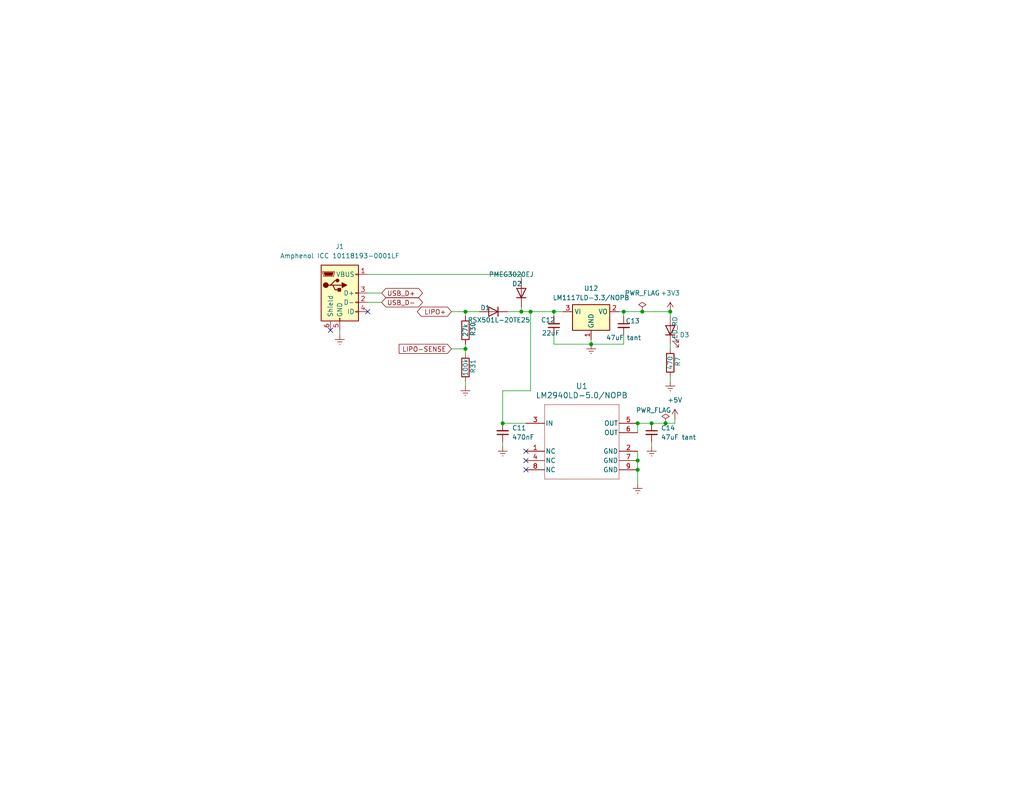
<source format=kicad_sch>
(kicad_sch (version 20231120) (generator "eeschema") (generator_version "8.0")
  (paper "USLetter")
  (title_block (title "WINTER Power Systems") (date "2025-01-06") (rev "3.3") (company "SparrowTheNerd"))
  (lib_symbols
    (symbol "Connector:USB_B_Micro" (pin_names (offset 1.016))
      (property "Reference" "J" (at -5.08 11.43 0))
      (property "Value" "USB_B_Micro" (at -5.08 8.89 0))
      (symbol "USB_B_Micro_0_1"
        (rectangle (start -5.08 -7.62) (end 5.08 7.62) (stroke (width 0.254)) (fill (type background)))
        (circle (center -3.81 2.159) (radius 0.635) (stroke (width 0.254)) (fill (type outline)))
        (circle (center -0.635 3.429) (radius 0.381) (stroke (width 0.254)) (fill (type outline)))
        (rectangle (start -0.127 -7.62) (end 0.127 -6.858))
        (polyline (pts (xy -1.905 2.159) (xy 0.635 2.159)) (stroke (width 0.254)))
        (polyline (pts (xy -3.175 2.159) (xy -2.54 2.159) (xy -1.27 3.429) (xy -0.635 3.429)) (stroke (width 0.254)))
        (polyline (pts (xy -2.54 2.159) (xy -1.905 2.159) (xy -1.27 0.889) (xy 0 0.889)) (stroke (width 0.254)))
        (polyline (pts (xy 0.635 2.794) (xy 0.635 1.524) (xy 1.905 2.159) (xy 0.635 2.794)) (stroke (width 0.254)) (fill (type outline)))
        (polyline (pts (xy -4.318 5.588) (xy -1.778 5.588) (xy -2.032 4.826) (xy -4.064 4.826) (xy -4.318 5.588)) (fill (type outline)))
        (polyline (pts (xy -4.699 5.842) (xy -4.699 5.588) (xy -4.445 4.826) (xy -4.445 4.572) (xy -1.651 4.572) (xy -1.651 4.826) (xy -1.397 5.588) (xy -1.397 5.842) (xy -4.699 5.842)))
        (rectangle (start 0.254 1.27) (end -0.508 0.508) (stroke (width 0.254)) (fill (type outline)))
        (rectangle (start 5.08 -5.207) (end 4.318 -4.953))
        (rectangle (start 5.08 -2.667) (end 4.318 -2.413))
        (rectangle (start 5.08 -0.127) (end 4.318 0.127))
        (rectangle (start 5.08 4.953) (end 4.318 5.207))
      )
      (symbol "USB_B_Micro_1_1"
        (pin power_out line (at 7.62 5.08 180) (length 2.54) (name "VBUS") (number "1"))
        (pin bidirectional line (at 7.62 -2.54 180) (length 2.54) (name "D-") (number "2"))
        (pin bidirectional line (at 7.62 0 180) (length 2.54) (name "D+") (number "3"))
        (pin passive line (at 7.62 -5.08 180) (length 2.54) (name "ID") (number "4"))
        (pin power_out line (at 0 -10.16 90) (length 2.54) (name "GND") (number "5"))
        (pin passive line (at -2.54 -10.16 90) (length 2.54) (name "Shield") (number "6"))
      )
    )
    (symbol "Device:C_Small" (pin_numbers hide) (pin_names (offset 0.254) hide)
      (property "Reference" "C" (at 0.254 1.778 0))
      (property "Value" "C_Small" (at 0.254 -2.032 0))
      (symbol "C_Small_0_1"
        (polyline (pts (xy -1.524 -0.508) (xy 1.524 -0.508)) (stroke (width 0.3302)))
        (polyline (pts (xy -1.524 0.508) (xy 1.524 0.508)) (stroke (width 0.3048)))
      )
      (symbol "C_Small_1_1"
        (pin passive line (at 0 2.54 270) (length 2.032) (name "~") (number "1"))
        (pin passive line (at 0 -2.54 90) (length 2.032) (name "~") (number "2"))
      )
    )
    (symbol "Device:D" (pin_numbers hide) (pin_names (offset 1.016) hide)
      (property "Reference" "D" (at 0 2.54 0))
      (property "Value" "D" (at 0 -2.54 0))
      (symbol "D_0_1"
        (polyline (pts (xy -1.27 1.27) (xy -1.27 -1.27)) (stroke (width 0.254)))
        (polyline (pts (xy 1.27 0) (xy -1.27 0)))
        (polyline (pts (xy 1.27 1.27) (xy 1.27 -1.27) (xy -1.27 0) (xy 1.27 1.27)) (stroke (width 0.254)))
      )
      (symbol "D_1_1"
        (pin passive line (at -3.81 0 0) (length 2.54) (name "K") (number "1"))
        (pin passive line (at 3.81 0 180) (length 2.54) (name "A") (number "2"))
      )
    )
    (symbol "Device:LED" (pin_numbers hide) (pin_names (offset 1.016) hide)
      (property "Reference" "D" (at 0 2.54 0))
      (property "Value" "LED" (at 0 -2.54 0))
      (symbol "LED_0_1"
        (polyline (pts (xy -1.27 -1.27) (xy -1.27 1.27)) (stroke (width 0.254)))
        (polyline (pts (xy -1.27 0) (xy 1.27 0)))
        (polyline (pts (xy 1.27 -1.27) (xy 1.27 1.27) (xy -1.27 0) (xy 1.27 -1.27)) (stroke (width 0.254)))
        (polyline (pts (xy -3.048 -0.762) (xy -4.572 -2.286) (xy -3.81 -2.286) (xy -4.572 -2.286) (xy -4.572 -1.524)))
        (polyline (pts (xy -1.778 -0.762) (xy -3.302 -2.286) (xy -2.54 -2.286) (xy -3.302 -2.286) (xy -3.302 -1.524)))
      )
      (symbol "LED_1_1"
        (pin passive line (at -3.81 0 0) (length 2.54) (name "K") (number "1"))
        (pin passive line (at 3.81 0 180) (length 2.54) (name "A") (number "2"))
      )
    )
    (symbol "Device:R" (pin_numbers hide) (pin_names (offset 0))
      (property "Reference" "R" (at 2.032 0 90))
      (property "Value" "R" (at 0 0 90))
      (symbol "R_0_1"
        (rectangle (start -1.016 -2.54) (end 1.016 2.54) (stroke (width 0.254)))
      )
      (symbol "R_1_1"
        (pin passive line (at 0 3.81 270) (length 1.27) (name "~") (number "1"))
        (pin passive line (at 0 -3.81 90) (length 1.27) (name "~") (number "2"))
      )
    )
    (symbol "PWR_FLAG_1" (power) (pin_numbers hide) (pin_names (offset 0) hide)
      (property "Value" "PWR_FLAG" (at 0 3.81 0))
      (symbol "PWR_FLAG_1_0_0"
        (pin power_out line (at 0 0 90) (length 0) (name "~") (number "1"))
      )
      (symbol "PWR_FLAG_1_0_1"
        (polyline (pts (xy 0 0) (xy 0 1.27) (xy -1.016 1.905) (xy 0 2.54) (xy 1.016 1.905) (xy 0 1.27)))
      )
    )
    (symbol "Regulator_Linear:LM1117DT-3.3"
      (property "Reference" "U" (at -3.81 3.175 0))
      (property "Value" "LM1117DT-3.3" (at 0 3.175 0))
      (symbol "LM1117DT-3.3_0_1"
        (rectangle (start -5.08 -5.08) (end 5.08 1.905) (stroke (width 0.254)) (fill (type background)))
      )
      (symbol "LM1117DT-3.3_1_1"
        (pin power_in line (at 0 -7.62 90) (length 2.54) (name "GND") (number "1"))
        (pin power_out line (at 7.62 0 180) (length 2.54) (name "VO") (number "2"))
        (pin power_in line (at -7.62 0 0) (length 2.54) (name "VI") (number "3"))
      )
    )
    (symbol "power:+3V3" (power) (pin_numbers hide) (pin_names (offset 0) hide)
      (property "Value" "+3V3" (at 0 3.556 0))
      (symbol "+3V3_0_1"
        (polyline (pts (xy -0.762 1.27) (xy 0 2.54)))
        (polyline (pts (xy 0 0) (xy 0 2.54)))
        (polyline (pts (xy 0 2.54) (xy 0.762 1.27)))
      )
      (symbol "+3V3_1_1"
        (pin power_in line (at 0 0 90) (length 0) (name "~") (number "1"))
      )
    )
    (symbol "power:+5V" (power) (pin_numbers hide) (pin_names (offset 0) hide)
      (property "Value" "+5V" (at 0 3.556 0))
      (symbol "+5V_0_1"
        (polyline (pts (xy -0.762 1.27) (xy 0 2.54)))
        (polyline (pts (xy 0 0) (xy 0 2.54)))
        (polyline (pts (xy 0 2.54) (xy 0.762 1.27)))
      )
      (symbol "+5V_1_1"
        (pin power_in line (at 0 0 90) (length 0) (name "~") (number "1"))
      )
    )
    (symbol "power:GNDREF" (power) (pin_names (offset 0))
      (property "Value" "GNDREF" (at 0 -3.81 0))
      (symbol "GNDREF_0_1"
        (polyline (pts (xy -0.635 -1.905) (xy 0.635 -1.905)))
        (polyline (pts (xy -0.127 -2.54) (xy 0.127 -2.54)))
        (polyline (pts (xy 0 -1.27) (xy 0 0)))
        (polyline (pts (xy 1.27 -1.27) (xy -1.27 -1.27)))
      )
      (symbol "GNDREF_1_1"
        (pin power_in line (at 0 0 270) (length 0) hide (name "GNDREF") (number "1"))
      )
    )
    (symbol "rev3_components:LM2940LD-5.0_NOPB" (pin_names (offset 0.254))
      (property "Reference" "U" (at 0 2.54 0))
      (property "Value" "LM2940LD-5.0/NOPB" (at 0 0 0))
      (symbol "LM2940LD-5.0_NOPB_0_1"
        (polyline (pts (xy -10.16 -10.16) (xy 10.16 -10.16)) (stroke (width 0.1016)))
        (polyline (pts (xy -10.16 10.16) (xy -10.16 -10.16)) (stroke (width 0.1016)))
        (polyline (pts (xy 10.16 -10.16) (xy 10.16 10.16)) (stroke (width 0.1016)))
        (polyline (pts (xy 10.16 10.16) (xy -10.16 10.16)) (stroke (width 0.1016)))
        (pin unspecified line (at -15.24 -2.54 0) (length 5.08) (name "NC") (number "1"))
        (pin power_in line (at 15.24 -2.54 180) (length 5.08) (name "GND") (number "2"))
        (pin power_in line (at -15.24 5.08 0) (length 5.08) (name "IN") (number "3"))
        (pin unspecified line (at -15.24 -5.08 0) (length 5.08) (name "NC") (number "4"))
        (pin power_in line (at 15.24 5.08 180) (length 5.08) (name "OUT") (number "5"))
        (pin power_in line (at 15.24 2.54 180) (length 5.08) (name "OUT") (number "6"))
        (pin power_in line (at 15.24 -5.08 180) (length 5.08) (name "GND") (number "7"))
        (pin unspecified line (at -15.24 -7.62 0) (length 5.08) (name "NC") (number "8"))
        (pin power_in line (at 15.24 -7.62 180) (length 5.08) (name "GND") (number "9"))
      )
    )
  )
  (junction (at 175.26 85.09))
  (junction (at 161.29 93.98))
  (junction (at 182.88 85.09))
  (junction (at 173.99 125.73))
  (junction (at 177.8 115.57))
  (junction (at 151.13 85.09))
  (junction (at 137.16 115.57))
  (junction (at 173.99 128.27))
  (junction (at 127 95.25))
  (junction (at 127 85.09))
  (junction (at 142.24 85.09))
  (junction (at 181.61 115.57))
  (junction (at 173.99 115.57))
  (junction (at 170.18 85.09))
  (junction (at 144.78 85.09))
  (no_connect (at 143.51 125.73))
  (no_connect (at 90.17 90.17))
  (no_connect (at 143.51 128.27))
  (no_connect (at 100.33 85.09))
  (no_connect (at 143.51 123.19))
  (wire (pts (xy 184.15 114.3) (xy 184.15 115.57)))
  (wire (pts (xy 177.8 115.57) (xy 181.61 115.57)))
  (wire (pts (xy 151.13 93.98) (xy 161.29 93.98)))
  (wire (pts (xy 127 85.09) (xy 127 86.36)))
  (wire (pts (xy 161.29 93.98) (xy 170.18 93.98)))
  (wire (pts (xy 127 95.25) (xy 127 96.52)))
  (wire (pts (xy 100.33 82.55) (xy 104.14 82.55)))
  (wire (pts (xy 142.24 85.09) (xy 144.78 85.09)))
  (wire (pts (xy 127 85.09) (xy 130.81 85.09)))
  (wire (pts (xy 142.24 83.82) (xy 142.24 85.09)))
  (wire (pts (xy 142.24 74.93) (xy 142.24 76.2)))
  (wire (pts (xy 144.78 106.68) (xy 137.16 106.68)))
  (wire (pts (xy 137.16 115.57) (xy 143.51 115.57)))
  (wire (pts (xy 170.18 85.09) (xy 170.18 86.36)))
  (wire (pts (xy 151.13 85.09) (xy 153.67 85.09)))
  (wire (pts (xy 127 104.14) (xy 127 105.41)))
  (wire (pts (xy 100.33 74.93) (xy 142.24 74.93)))
  (wire (pts (xy 123.19 85.09) (xy 127 85.09)))
  (wire (pts (xy 182.88 102.87) (xy 182.88 104.14)))
  (wire (pts (xy 92.71 91.44) (xy 92.71 90.17)))
  (wire (pts (xy 151.13 86.36) (xy 151.13 85.09)))
  (wire (pts (xy 175.26 85.09) (xy 182.88 85.09)))
  (wire (pts (xy 182.88 85.09) (xy 182.88 86.36)))
  (wire (pts (xy 161.29 92.71) (xy 161.29 93.98)))
  (wire (pts (xy 144.78 85.09) (xy 144.78 106.68)))
  (wire (pts (xy 127 93.98) (xy 127 95.25)))
  (wire (pts (xy 182.88 95.25) (xy 182.88 93.98)))
  (wire (pts (xy 173.99 115.57) (xy 173.99 118.11)))
  (wire (pts (xy 173.99 123.19) (xy 173.99 125.73)))
  (wire (pts (xy 100.33 80.01) (xy 104.14 80.01)))
  (wire (pts (xy 181.61 115.57) (xy 184.15 115.57)))
  (wire (pts (xy 170.18 85.09) (xy 175.26 85.09)))
  (wire (pts (xy 173.99 125.73) (xy 173.99 128.27)))
  (wire (pts (xy 137.16 120.65) (xy 137.16 121.92)))
  (wire (pts (xy 177.8 120.65) (xy 177.8 121.92)))
  (wire (pts (xy 168.91 85.09) (xy 170.18 85.09)))
  (wire (pts (xy 173.99 115.57) (xy 177.8 115.57)))
  (wire (pts (xy 151.13 91.44) (xy 151.13 93.98)))
  (wire (pts (xy 173.99 128.27) (xy 173.99 132.08)))
  (wire (pts (xy 144.78 85.09) (xy 151.13 85.09)))
  (wire (pts (xy 170.18 93.98) (xy 170.18 91.44)))
  (wire (pts (xy 137.16 106.68) (xy 137.16 115.57)))
  (wire (pts (xy 142.24 85.09) (xy 138.43 85.09)))
  (wire (pts (xy 123.19 95.25) (xy 127 95.25)))
  (global_label "USB_D+" (shape bidirectional) (at 104.14 80.01 0) (property "Intersheetrefs" "${INTERSHEET_REFS}" (effects (hide yes))))
  (global_label "LIPO-SENSE" (shape input) (at 123.19 95.25 180) (property "Intersheetrefs" "${INTERSHEET_REFS}" (effects (hide yes))))
  (global_label "LIPO+" (shape bidirectional) (at 123.19 85.09 180) (property "Intersheetrefs" "${INTERSHEET_REFS}" (effects (hide yes))))
  (global_label "USB_D-" (shape bidirectional) (at 104.14 82.55 0) (property "Intersheetrefs" "${INTERSHEET_REFS}" (effects (hide yes))))
  (symbol (lib_id "Device:R") (at 127 100.33 180) (unit 1)
    (property "Reference" "R31" (at 129.0494 99.9998 90))
    (property "Value" "100k" (at 127 100.33 90))
    (property "Footprint" "Resistor_SMD:R_0603_1608Metric" (effects (hide yes)))
    (property "Product ID" "RMCF0603FT100K" (effects (hide yes)))
    (property "LCSC" "C25803" (effects (hide yes)))
  )
  (symbol (lib_name "PWR_FLAG_1") (lib_id "power:PWR_FLAG") (at 175.26 85.09 0) (unit 1)
    (property "Reference" "#FLG0102" (effects (hide yes)))
    (property "Value" "PWR_FLAG" (at 175.26 80.01 0))
    (property "Description" "Special symbol for telling ERC where power comes from" (effects (hide yes)))
  )
  (symbol (lib_id "power:GNDREF") (at 161.29 93.98 0) (unit 1)
    (property "Reference" "#PWR0124" (effects (hide yes)))
    (property "Value" "GNDREF" (effects (hide yes)))
  )
  (symbol (lib_id "Device:C_Small") (at 177.8 118.11 0) (unit 1)
    (property "Reference" "C14" (at 180.34 116.8462 0) (effects (justify left)))
    (property "Value" "47uF tant" (at 180.34 119.3862 0) (effects (justify left)))
    (property "Footprint" "Capacitor_Tantalum_SMD:CP_EIA-2012-15_AVX-P" (effects (hide yes)))
    (property "Product ID" "TLJP476M006R0900" (effects (hide yes)))
    (property "LCSC" "C59461" (effects (hide yes)))
  )
  (symbol (lib_id "Device:D") (at 134.62 85.09 0) (mirror y) (unit 1)
    (property "Reference" "D1" (at 132.398 84.0615 0))
    (property "Value" "RSX501L-20TE25" (at 136.144 87.376 0))
    (property "Footprint" "Diode_SMD:D_SMA" (effects (hide yes)))
    (property "Product ID" "RSX501L-20TE25" (effects (hide yes)))
    (property "LCSC" "C329921" (effects (hide yes)))
  )
  (symbol (lib_id "power:+5V") (at 184.15 114.3 0) (unit 1)
    (property "Reference" "#PWR0120" (effects (hide yes)))
    (property "Value" "+5V" (at 184.15 109.22 0))
    (property "Description" "Power symbol creates a global label with name \"+5V\"" (effects (hide yes)))
  )
  (symbol (lib_id "power:GNDREF") (at 92.71 91.44 0) (unit 1)
    (property "Reference" "#PWR0117" (effects (hide yes)))
    (property "Value" "GNDREF" (effects (hide yes)))
  )
  (symbol (lib_id "Device:LED") (at 182.88 90.17 90) (unit 1)
    (property "Reference" "D3" (at 185.42 91.44 90) (effects (justify right)))
    (property "Value" "LED_RD" (at 184.15 86.36 0) (effects (justify right)))
    (property "Footprint" "LED_SMD:LED_0603_1608Metric" (effects (hide yes)))
    (property "Product ID" "SML-D12V8WT86" (effects (hide yes)))
    (property "LCSC" "C2286" (effects (hide yes)))
  )
  (symbol (lib_id "Device:C_Small") (at 137.16 118.11 180) (unit 1)
    (property "Reference" "C11" (at 139.7 116.8335 0) (effects (justify right)))
    (property "Value" "470nF" (at 139.7 119.3735 0) (effects (justify right)))
    (property "Footprint" "Capacitor_SMD:C_0603_1608Metric" (effects (hide yes)))
    (property "Product ID" "CL10B474KA8NFNC" (effects (hide yes)))
    (property "LCSC" "C96446" (effects (hide yes)))
  )
  (symbol (lib_id "Connector:USB_B_Micro") (at 92.71 80.01 0) (unit 1)
    (property "Reference" "J1" (at 92.71 67.31 0))
    (property "Value" "Amphenol ICC 10118193-0001LF" (at 92.71 69.85 0))
    (property "Footprint" "Connector_USB:USB_Micro-B_Amphenol_10118193-0001LF_Horizontal" (effects (hide yes)))
    (property "Product ID" "Amphenol ICC 10118193-0001LF" (effects (hide yes)))
    (property "LCSC" "C132562" (effects (hide yes)))
  )
  (symbol (lib_id "power:GNDREF") (at 173.99 132.08 0) (unit 1)
    (property "Reference" "#PWR0119" (effects (hide yes)))
    (property "Value" "GNDREF" (effects (hide yes)))
  )
  (symbol (lib_id "power:GNDREF") (at 177.8 121.92 0) (unit 1)
    (property "Reference" "#PWR0122" (effects (hide yes)))
    (property "Value" "GNDREF" (effects (hide yes)))
  )
  (symbol (lib_id "rev3_components:LM2940LD-5.0_NOPB") (at 158.75 120.65 0) (unit 1)
    (property "Reference" "U1" (at 158.75 105.41 0) (effects (font (size 1.524 1.524))))
    (property "Value" "LM2940LD-5.0/NOPB" (at 158.75 107.95 0) (effects (font (size 1.524 1.524))))
    (property "Footprint" "Package_SON:WSON-8-1EP_4x4mm_P0.8mm_EP2.2x3mm_ThermalVias" (effects (hide yes)))
    (property "Datasheet" "LM2940LD-5.0/NOPB" (effects (hide yes)))
    (property "LCSC" "C2861815" (effects (hide yes)))
    (property "Product ID" "LM2940LD-5.0/NOPB" (effects (hide yes)))
  )
  (symbol (lib_id "Regulator_Linear:LM1117DT-3.3") (at 161.29 85.09 0) (unit 1)
    (property "Reference" "U12" (at 161.29 78.74 0))
    (property "Value" "LM1117LD-3.3/NOPB" (at 161.29 81.28 0))
    (property "Footprint" "Package_SON:WSON-8-1EP_4x4mm_P0.8mm_EP2.2x3mm_ThermalVias" (effects (hide yes)))
    (property "Datasheet" "http://www.ti.com/lit/ds/symlink/lm1117.pdf" (effects (hide yes)))
    (property "Description" "800mA Low-Dropout Linear Regulator, 3.3V fixed output, TO-252" (effects (hide yes)))
    (property "LCSC" "C2870191" (effects (hide yes)))
    (property "Product ID" "LM1117LD-3.3/NOPB" (effects (hide yes)))
  )
  (symbol (lib_id "Device:D") (at 142.24 80.01 90) (unit 1)
    (property "Reference" "D2" (at 139.7 77.47 90) (effects (justify right)))
    (property "Value" "PMEG3020EJ" (at 133.35 74.93 90) (effects (justify right)))
    (property "Footprint" "Diode_SMD:D_SOD-323F" (effects (hide yes)))
    (property "Product ID" "PMEG3020EJ" (effects (hide yes)))
    (property "LCSC" "C456093" (effects (hide yes)))
  )
  (symbol (lib_id "power:GNDREF") (at 182.88 104.14 0) (unit 1)
    (property "Reference" "#PWR0121" (effects (hide yes)))
    (property "Value" "GNDREF" (effects (hide yes)))
  )
  (symbol (lib_id "Device:C_Small") (at 151.13 88.9 180) (unit 1)
    (property "Reference" "C12" (at 147.574 87.376 0) (effects (justify right)))
    (property "Value" "22uF" (at 147.828 90.932 0) (effects (justify right)))
    (property "Footprint" "Capacitor_SMD:C_0603_1608Metric" (effects (hide yes)))
    (property "Product ID" " GRM188C61E226ME01W" (effects (hide yes)))
    (property "LCSC" "C96446" (effects (hide yes)))
  )
  (symbol (lib_id "Device:R") (at 182.88 99.06 180) (unit 1)
    (property "Reference" "R7" (at 184.9294 98.7298 90))
    (property "Value" "470" (at 182.88 99.06 90))
    (property "Footprint" "Resistor_SMD:R_0603_1608Metric" (effects (hide yes)))
    (property "Product ID" "RC0603JR-07470RL" (effects (hide yes)))
    (property "LCSC" "C23179" (effects (hide yes)))
  )
  (symbol (lib_id "Device:R") (at 127 90.17 180) (unit 1)
    (property "Reference" "R30" (at 129.0494 89.8398 90))
    (property "Value" "27k" (at 127 90.17 90))
    (property "Footprint" "Resistor_SMD:R_0603_1608Metric" (effects (hide yes)))
    (property "Product ID" "RMCF0603JT27K0" (effects (hide yes)))
    (property "LCSC" "C22967" (effects (hide yes)))
  )
  (symbol (lib_id "Device:C_Small") (at 170.18 88.9 0) (unit 1)
    (property "Reference" "C13" (at 170.688 87.63 0) (effects (justify left)))
    (property "Value" "47uF tant" (at 165.354 92.202 0) (effects (justify left)))
    (property "Footprint" "Capacitor_Tantalum_SMD:CP_EIA-2012-15_AVX-P" (effects (hide yes)))
    (property "Product ID" "TLJP476M006R0900" (effects (hide yes)))
  )
  (symbol (lib_id "power:GNDREF") (at 137.16 121.92 0) (unit 1)
    (property "Reference" "#PWR0116" (effects (hide yes)))
    (property "Value" "GNDREF" (effects (hide yes)))
  )
  (symbol (lib_id "power:+3V3") (at 182.88 85.09 0) (unit 1)
    (property "Reference" "#PWR0118" (effects (hide yes)))
    (property "Value" "+3V3" (at 182.88 80.01 0))
    (property "Description" "Power symbol creates a global label with name \"+3V3\"" (effects (hide yes)))
  )
  (symbol (lib_name "PWR_FLAG_1") (lib_id "power:PWR_FLAG") (at 181.61 115.57 0) (unit 1)
    (property "Reference" "#FLG0101" (effects (hide yes)))
    (property "Value" "PWR_FLAG" (at 178.308 112.014 0))
    (property "Description" "Special symbol for telling ERC where power comes from" (effects (hide yes)))
  )
  (symbol (lib_id "power:GNDREF") (at 127 105.41 0) (unit 1)
    (property "Reference" "#PWR02" (effects (hide yes)))
    (property "Value" "GNDREF" (effects (hide yes)))
  )
)
</source>
